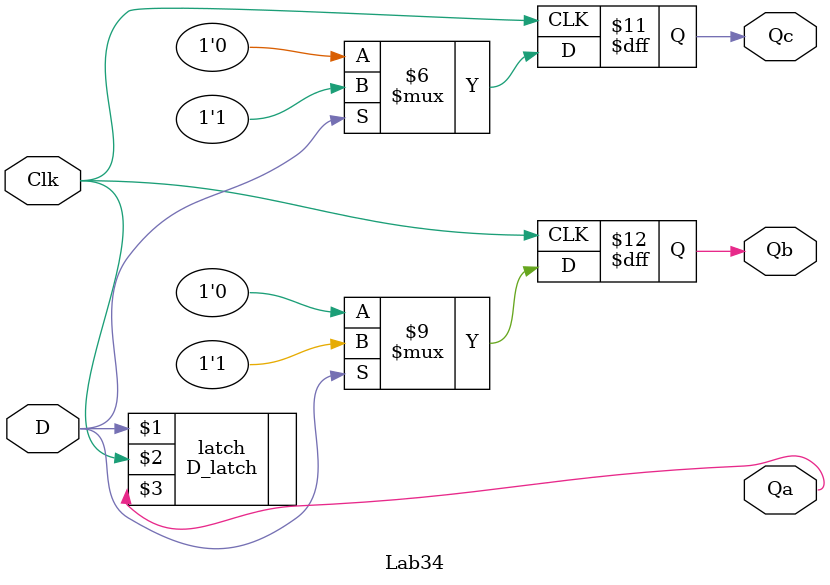
<source format=v>
module Lab34(Qc, Qa, Qb, D, Clk);
input D, Clk;
output reg Qc, Qb;
output Qa;

D_latch latch(D, Clk, Qa); //(input, clock, output)

always @ (posedge Clk) begin // This is the positive edge triggered D flip flop
if (D == 1) begin
	Qb <= 1;
end else begin
	Qb <= 0;
end
end

always @ (negedge Clk) begin // This is the negative edge triggered D flip flop
if (D == 1) begin
	Qc <= 1;
end else begin
	Qc <= 0;
end

end
endmodule

/* // This is commented out as it has been declared in Lab32.v, and Quartus will not allow it to be
   // declared here again while being in the same project.
module D_latch (D, Clk, Q);
input D, Clk;
output reg Q;
always @ (D, Clk)
if (Clk)
Q = D;
endmodule*/
</source>
